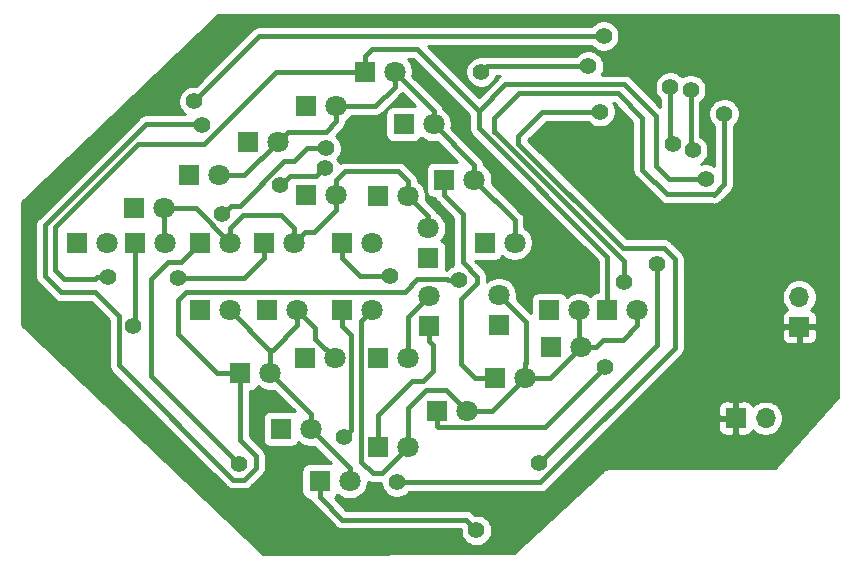
<source format=gbr>
%TF.GenerationSoftware,KiCad,Pcbnew,(5.1.7)-1*%
%TF.CreationDate,2020-11-20T15:05:24+02:00*%
%TF.ProjectId,ymp2,796d7032-2e6b-4696-9361-645f70636258,rev?*%
%TF.SameCoordinates,Original*%
%TF.FileFunction,Copper,L2,Bot*%
%TF.FilePolarity,Positive*%
%FSLAX46Y46*%
G04 Gerber Fmt 4.6, Leading zero omitted, Abs format (unit mm)*
G04 Created by KiCad (PCBNEW (5.1.7)-1) date 2020-11-20 15:05:24*
%MOMM*%
%LPD*%
G01*
G04 APERTURE LIST*
%TA.AperFunction,ComponentPad*%
%ADD10R,1.800000X1.800000*%
%TD*%
%TA.AperFunction,ComponentPad*%
%ADD11C,1.800000*%
%TD*%
%TA.AperFunction,ComponentPad*%
%ADD12R,1.700000X1.700000*%
%TD*%
%TA.AperFunction,ComponentPad*%
%ADD13O,1.700000X1.700000*%
%TD*%
%TA.AperFunction,ViaPad*%
%ADD14C,1.400000*%
%TD*%
%TA.AperFunction,Conductor*%
%ADD15C,0.400000*%
%TD*%
%TA.AperFunction,Conductor*%
%ADD16C,0.254000*%
%TD*%
%TA.AperFunction,Conductor*%
%ADD17C,0.150000*%
%TD*%
G04 APERTURE END LIST*
D10*
%TO.P,D9,1*%
%TO.N,Net-(D1-Pad1)*%
X63630000Y-135640000D03*
D11*
%TO.P,D9,2*%
%TO.N,Net-(D10-Pad2)*%
X66170000Y-135640000D03*
%TD*%
%TO.P,D11,2*%
%TO.N,Net-(D10-Pad2)*%
X66300000Y-138560000D03*
D10*
%TO.P,D11,1*%
%TO.N,Net-(D11-Pad1)*%
X63760000Y-138560000D03*
%TD*%
%TO.P,D12,1*%
%TO.N,Net-(D12-Pad1)*%
X69280000Y-138550000D03*
D11*
%TO.P,D12,2*%
%TO.N,Net-(D10-Pad2)*%
X71820000Y-138550000D03*
%TD*%
%TO.P,D13,2*%
%TO.N,Net-(D10-Pad2)*%
X77210000Y-138550000D03*
D10*
%TO.P,D13,1*%
%TO.N,Net-(D13-Pad1)*%
X74670000Y-138550000D03*
%TD*%
D11*
%TO.P,D16,2*%
%TO.N,Net-(D10-Pad2)*%
X88560000Y-137320000D03*
D10*
%TO.P,D16,1*%
%TO.N,Net-(D16-Pad1)*%
X88560000Y-139860000D03*
%TD*%
%TO.P,D7,1*%
%TO.N,Net-(D15-Pad1)*%
X73280000Y-130040000D03*
D11*
%TO.P,D7,2*%
%TO.N,Net-(D1-Pad2)*%
X75820000Y-130040000D03*
%TD*%
%TO.P,D6,2*%
%TO.N,Net-(D1-Pad2)*%
X80770000Y-127000000D03*
D10*
%TO.P,D6,1*%
%TO.N,Net-(D14-Pad1)*%
X78230000Y-127000000D03*
%TD*%
D11*
%TO.P,D1,2*%
%TO.N,Net-(D1-Pad2)*%
X83820000Y-138560000D03*
D10*
%TO.P,D1,1*%
%TO.N,Net-(D1-Pad1)*%
X81280000Y-138560000D03*
%TD*%
%TO.P,D3,1*%
%TO.N,Net-(D11-Pad1)*%
X89920000Y-133220000D03*
D11*
%TO.P,D3,2*%
%TO.N,Net-(D1-Pad2)*%
X92460000Y-133220000D03*
%TD*%
%TO.P,D4,2*%
%TO.N,Net-(D1-Pad2)*%
X89020000Y-128530000D03*
D10*
%TO.P,D4,1*%
%TO.N,Net-(D12-Pad1)*%
X86480000Y-128530000D03*
%TD*%
%TO.P,D2,1*%
%TO.N,Net-(D10-Pad1)*%
X93340000Y-138550000D03*
D11*
%TO.P,D2,2*%
%TO.N,Net-(D1-Pad2)*%
X95880000Y-138550000D03*
%TD*%
D10*
%TO.P,D5,1*%
%TO.N,Net-(D13-Pad1)*%
X83190000Y-124080000D03*
D11*
%TO.P,D5,2*%
%TO.N,Net-(D1-Pad2)*%
X85730000Y-124080000D03*
%TD*%
D10*
%TO.P,D29,1*%
%TO.N,Net-(D13-Pad1)*%
X103750000Y-144280000D03*
D11*
%TO.P,D29,2*%
%TO.N,Net-(D25-Pad2)*%
X106290000Y-144280000D03*
%TD*%
D10*
%TO.P,D14,1*%
%TO.N,Net-(D14-Pad1)*%
X78230000Y-134510000D03*
D11*
%TO.P,D14,2*%
%TO.N,Net-(D10-Pad2)*%
X80770000Y-134510000D03*
%TD*%
D12*
%TO.P,P2,1*%
%TO.N,GND*%
X114590000Y-153400000D03*
D13*
%TO.P,P2,2*%
%TO.N,Net-(F1-Pad2)*%
X117130000Y-153400000D03*
%TD*%
D12*
%TO.P,P3,1*%
%TO.N,GND*%
X119980000Y-145680000D03*
D13*
%TO.P,P3,2*%
%TO.N,VCC*%
X119980000Y-143140000D03*
%TD*%
D10*
%TO.P,D15,1*%
%TO.N,Net-(D15-Pad1)*%
X84310000Y-134600000D03*
D11*
%TO.P,D15,2*%
%TO.N,Net-(D10-Pad2)*%
X86850000Y-134600000D03*
%TD*%
%TO.P,D17,2*%
%TO.N,Net-(D17-Pad2)*%
X88650000Y-143060000D03*
D10*
%TO.P,D17,1*%
%TO.N,Net-(D1-Pad1)*%
X88650000Y-145600000D03*
%TD*%
%TO.P,D18,1*%
%TO.N,Net-(D10-Pad1)*%
X84310000Y-148340000D03*
D11*
%TO.P,D18,2*%
%TO.N,Net-(D17-Pad2)*%
X86850000Y-148340000D03*
%TD*%
D10*
%TO.P,D19,1*%
%TO.N,Net-(D11-Pad1)*%
X78100000Y-148350000D03*
D11*
%TO.P,D19,2*%
%TO.N,Net-(D17-Pad2)*%
X80640000Y-148350000D03*
%TD*%
D10*
%TO.P,D20,1*%
%TO.N,Net-(D12-Pad1)*%
X74930000Y-144280000D03*
D11*
%TO.P,D20,2*%
%TO.N,Net-(D17-Pad2)*%
X77470000Y-144280000D03*
%TD*%
%TO.P,D21,2*%
%TO.N,Net-(D17-Pad2)*%
X71750000Y-144270000D03*
D10*
%TO.P,D21,1*%
%TO.N,Net-(D13-Pad1)*%
X69210000Y-144270000D03*
%TD*%
D11*
%TO.P,D22,2*%
%TO.N,Net-(D17-Pad2)*%
X75180000Y-149580000D03*
D10*
%TO.P,D22,1*%
%TO.N,Net-(D14-Pad1)*%
X72640000Y-149580000D03*
%TD*%
%TO.P,D23,1*%
%TO.N,Net-(D15-Pad1)*%
X76080000Y-154310000D03*
D11*
%TO.P,D23,2*%
%TO.N,Net-(D17-Pad2)*%
X78620000Y-154310000D03*
%TD*%
%TO.P,D24,2*%
%TO.N,Net-(D17-Pad2)*%
X81910000Y-158760000D03*
D10*
%TO.P,D24,1*%
%TO.N,Net-(D16-Pad1)*%
X79370000Y-158760000D03*
%TD*%
D11*
%TO.P,D25,2*%
%TO.N,Net-(D25-Pad2)*%
X86870000Y-155830000D03*
D10*
%TO.P,D25,1*%
%TO.N,Net-(D1-Pad1)*%
X84330000Y-155830000D03*
%TD*%
%TO.P,D26,1*%
%TO.N,Net-(D10-Pad1)*%
X89280000Y-152780000D03*
D11*
%TO.P,D26,2*%
%TO.N,Net-(D25-Pad2)*%
X91820000Y-152780000D03*
%TD*%
D10*
%TO.P,D27,1*%
%TO.N,Net-(D11-Pad1)*%
X94250000Y-149990000D03*
D11*
%TO.P,D27,2*%
%TO.N,Net-(D25-Pad2)*%
X96790000Y-149990000D03*
%TD*%
%TO.P,D30,2*%
%TO.N,Net-(D25-Pad2)*%
X101350000Y-144280000D03*
D10*
%TO.P,D30,1*%
%TO.N,Net-(D14-Pad1)*%
X98810000Y-144280000D03*
%TD*%
D11*
%TO.P,D32,2*%
%TO.N,Net-(D25-Pad2)*%
X83820000Y-144280000D03*
D10*
%TO.P,D32,1*%
%TO.N,Net-(D16-Pad1)*%
X81280000Y-144280000D03*
%TD*%
%TO.P,D31,1*%
%TO.N,Net-(D15-Pad1)*%
X94560000Y-145550000D03*
D11*
%TO.P,D31,2*%
%TO.N,Net-(D25-Pad2)*%
X94560000Y-143010000D03*
%TD*%
%TO.P,D8,2*%
%TO.N,Net-(D1-Pad2)*%
X70870000Y-132850000D03*
D10*
%TO.P,D8,1*%
%TO.N,Net-(D16-Pad1)*%
X68330000Y-132850000D03*
%TD*%
%TO.P,D10,1*%
%TO.N,Net-(D10-Pad1)*%
X58800000Y-138560000D03*
D11*
%TO.P,D10,2*%
%TO.N,Net-(D10-Pad2)*%
X61340000Y-138560000D03*
%TD*%
D10*
%TO.P,D28,1*%
%TO.N,Net-(D12-Pad1)*%
X98980000Y-147360000D03*
D11*
%TO.P,D28,2*%
%TO.N,Net-(D25-Pad2)*%
X101520000Y-147360000D03*
%TD*%
D14*
%TO.N,Net-(D1-Pad1)*%
X85300000Y-141350000D03*
X85910000Y-158840000D03*
X103100000Y-127450000D03*
%TO.N,Net-(D10-Pad1)*%
X103500000Y-149100000D03*
X93060000Y-124080000D03*
X102130000Y-123610000D03*
%TO.N,Net-(D11-Pad1)*%
X63590000Y-145620000D03*
X110780000Y-125600000D03*
X110950000Y-130740000D03*
%TO.N,Net-(D12-Pad1)*%
X79900000Y-130540000D03*
X71150000Y-136110000D03*
X72520000Y-157300000D03*
X109070000Y-125380000D03*
X109310000Y-130190000D03*
%TO.N,Net-(D13-Pad1)*%
X67370000Y-141550000D03*
X61490000Y-141460000D03*
X112050000Y-133150000D03*
%TO.N,Net-(D14-Pad1)*%
X91205000Y-141688529D03*
X69390000Y-128550000D03*
X105110000Y-141910000D03*
X113620000Y-127630000D03*
%TO.N,Net-(D15-Pad1)*%
X79807411Y-132237479D03*
X76060033Y-133707025D03*
X103420000Y-121050000D03*
X68740000Y-126580000D03*
%TO.N,Net-(D16-Pad1)*%
X81460000Y-155000000D03*
X92650000Y-162910000D03*
%TO.N,Net-(IC1-Pad18)*%
X97915000Y-157215000D03*
X107920010Y-140321915D03*
%TO.N,GND*%
X105640000Y-136930000D03*
X83320000Y-128900000D03*
X98240000Y-136720000D03*
%TD*%
D15*
%TO.N,Net-(D1-Pad1)*%
X82770000Y-141350000D02*
X85300000Y-141350000D01*
X81280000Y-138560000D02*
X81280000Y-139860000D01*
X81280000Y-139860000D02*
X82770000Y-141350000D01*
X88650000Y-146900000D02*
X88980000Y-147230000D01*
X88650000Y-145600000D02*
X88650000Y-146900000D01*
X88980000Y-147230000D02*
X88980000Y-149440000D01*
X84330000Y-155830000D02*
X84330000Y-153160000D01*
X87210000Y-150280000D02*
X88140000Y-150280000D01*
X84330000Y-153160000D02*
X87210000Y-150280000D01*
X88980000Y-149440000D02*
X88140000Y-150280000D01*
X109480000Y-139970000D02*
X109480000Y-147426002D01*
X103100000Y-127450000D02*
X102110051Y-127450000D01*
X102090051Y-127470000D02*
X98240000Y-127470000D01*
X102110051Y-127450000D02*
X102090051Y-127470000D01*
X108530000Y-139020000D02*
X105060000Y-139020000D01*
X108530000Y-139020000D02*
X109480000Y-139970000D01*
X105060000Y-139020000D02*
X96210000Y-130170000D01*
X96210000Y-129500000D02*
X98240000Y-127470000D01*
X96210000Y-130170000D02*
X96210000Y-129500000D01*
X86902950Y-158843001D02*
X98063001Y-158843001D01*
X86899949Y-158840000D02*
X86902950Y-158843001D01*
X85910000Y-158840000D02*
X86899949Y-158840000D01*
X109480000Y-147426002D02*
X98063001Y-158843001D01*
%TO.N,Net-(D1-Pad2)*%
X95880000Y-136640000D02*
X92460000Y-133220000D01*
X95880000Y-138550000D02*
X95880000Y-136640000D01*
X92460000Y-131970000D02*
X92460000Y-133220000D01*
X89020000Y-128530000D02*
X92460000Y-131970000D01*
X89020000Y-127370000D02*
X89020000Y-128530000D01*
X85730000Y-124080000D02*
X89020000Y-127370000D01*
X82042792Y-127000000D02*
X80770000Y-127000000D01*
X84082792Y-127000000D02*
X82042792Y-127000000D01*
X85730000Y-125352792D02*
X84082792Y-127000000D01*
X85730000Y-124080000D02*
X85730000Y-125352792D01*
X73010000Y-132850000D02*
X70870000Y-132850000D01*
X75820000Y-130040000D02*
X73010000Y-132850000D01*
X76719999Y-129140001D02*
X75820000Y-130040000D01*
X79902791Y-129140001D02*
X76719999Y-129140001D01*
X80770000Y-128272792D02*
X79902791Y-129140001D01*
X80770000Y-127000000D02*
X80770000Y-128272792D01*
%TO.N,Net-(D10-Pad1)*%
X98419999Y-154180001D02*
X103500000Y-149100000D01*
X89380001Y-154180001D02*
X98419999Y-154180001D01*
X89280000Y-152780000D02*
X89280000Y-154080000D01*
X89280000Y-154080000D02*
X89380001Y-154180001D01*
X93530000Y-123610000D02*
X93060000Y-124080000D01*
X102130000Y-123610000D02*
X93530000Y-123610000D01*
%TO.N,Net-(D11-Pad1)*%
X89920000Y-133220000D02*
X89920000Y-134520000D01*
X89920000Y-134520000D02*
X91490000Y-136090000D01*
X91490000Y-136090000D02*
X91490000Y-140210000D01*
X94250000Y-149990000D02*
X92560000Y-149990000D01*
X92560000Y-149990000D02*
X91370000Y-148800000D01*
X92710000Y-141959531D02*
X92710000Y-141430000D01*
X91370000Y-143299531D02*
X92710000Y-141959531D01*
X91370000Y-148800000D02*
X91370000Y-143299531D01*
X91490000Y-140210000D02*
X92710000Y-141430000D01*
X63760000Y-138560000D02*
X63760000Y-145450000D01*
X63760000Y-145450000D02*
X63590000Y-145620000D01*
X110780000Y-125600000D02*
X110780000Y-130570000D01*
X110780000Y-130570000D02*
X110950000Y-130740000D01*
%TO.N,Net-(D12-Pad1)*%
X65100000Y-149880000D02*
X72520000Y-157300000D01*
X65100000Y-141620000D02*
X65100000Y-149880000D01*
X66525000Y-140195000D02*
X65100000Y-141620000D01*
X69280000Y-138550000D02*
X67635000Y-140195000D01*
X67635000Y-140195000D02*
X66525000Y-140195000D01*
X78300000Y-130540000D02*
X79900000Y-130540000D01*
X77164975Y-131675025D02*
X78300000Y-130540000D01*
X76394975Y-131675025D02*
X77164975Y-131675025D01*
X72659999Y-135410001D02*
X76394975Y-131675025D01*
X71849999Y-135410001D02*
X72659999Y-135410001D01*
X71150000Y-136110000D02*
X71849999Y-135410001D01*
X109070000Y-125380000D02*
X109070000Y-129950000D01*
X109070000Y-129950000D02*
X109310000Y-130190000D01*
%TO.N,Net-(D13-Pad1)*%
X83190000Y-122780000D02*
X83190000Y-124080000D01*
X83800000Y-122170000D02*
X83190000Y-122780000D01*
X87650000Y-122170000D02*
X83800000Y-122170000D01*
X108970000Y-133150000D02*
X112050000Y-133150000D01*
X107840000Y-130430000D02*
X107840000Y-132020000D01*
X107840000Y-132020000D02*
X108970000Y-133150000D01*
X107840000Y-130430000D02*
X107840000Y-127820000D01*
X107840000Y-127820000D02*
X105170000Y-125150000D01*
X95090000Y-125150000D02*
X92860000Y-127380000D01*
X105170000Y-125150000D02*
X95090000Y-125150000D01*
X92860000Y-127380000D02*
X87650000Y-122170000D01*
X74670000Y-139850000D02*
X74670000Y-138550000D01*
X72970000Y-141550000D02*
X74670000Y-139850000D01*
X67370000Y-141550000D02*
X72970000Y-141550000D01*
X60500051Y-141460000D02*
X61490000Y-141460000D01*
X60360051Y-141600000D02*
X60500051Y-141460000D01*
X75710000Y-124080000D02*
X69605000Y-130185000D01*
X57770000Y-141600000D02*
X60360051Y-141600000D01*
X83190000Y-124080000D02*
X75710000Y-124080000D01*
X69605000Y-130185000D02*
X64015000Y-130185000D01*
X64015000Y-130185000D02*
X57000000Y-137200000D01*
X57000000Y-137200000D02*
X57000000Y-140830000D01*
X57000000Y-140830000D02*
X57770000Y-141600000D01*
X103750000Y-142980000D02*
X103750000Y-144280000D01*
X103750000Y-139769963D02*
X103750000Y-142980000D01*
X92860000Y-128879963D02*
X103750000Y-139769963D01*
X92860000Y-127380000D02*
X92860000Y-128879963D01*
%TO.N,Net-(D14-Pad1)*%
X67370000Y-143409998D02*
X67370000Y-146280000D01*
X91205000Y-141688529D02*
X90215051Y-141688529D01*
X90215051Y-141688529D02*
X90186521Y-141659999D01*
X87630001Y-141659999D02*
X86595001Y-142694999D01*
X70670000Y-149580000D02*
X72640000Y-149580000D01*
X86595001Y-142694999D02*
X68084999Y-142694999D01*
X67370000Y-146280000D02*
X70670000Y-149580000D01*
X90186521Y-141659999D02*
X87630001Y-141659999D01*
X68084999Y-142694999D02*
X67370000Y-143409998D01*
X72640000Y-155290000D02*
X72640000Y-154640000D01*
X74000000Y-156650000D02*
X72640000Y-155290000D01*
X72640000Y-154640000D02*
X72640000Y-149580000D01*
X74000000Y-157596002D02*
X74000000Y-156650000D01*
X72983001Y-158613001D02*
X74000000Y-157596002D01*
X72056999Y-158613001D02*
X72983001Y-158613001D01*
X62389999Y-148946001D02*
X72056999Y-158613001D01*
X62389999Y-144759999D02*
X62389999Y-148946001D01*
X60390000Y-142760000D02*
X62389999Y-144759999D01*
X69360000Y-128520000D02*
X64690038Y-128520000D01*
X64690038Y-128520000D02*
X56140000Y-137070038D01*
X56140000Y-137070038D02*
X56140000Y-141410000D01*
X69390000Y-128550000D02*
X69360000Y-128520000D01*
X56140000Y-141410000D02*
X57490000Y-142760000D01*
X57490000Y-142760000D02*
X60390000Y-142760000D01*
X112740000Y-134480000D02*
X113620000Y-133600000D01*
X112730000Y-134470000D02*
X112740000Y-134480000D01*
X108810000Y-134470000D02*
X112730000Y-134470000D01*
X106700000Y-132360000D02*
X108810000Y-134470000D01*
X106700000Y-127960000D02*
X106700000Y-132360000D01*
X104630000Y-125890000D02*
X106700000Y-127960000D01*
X96230000Y-125890000D02*
X104630000Y-125890000D01*
X113620000Y-133600000D02*
X113620000Y-127630000D01*
X94150000Y-127970000D02*
X96230000Y-125890000D01*
X105110000Y-140920051D02*
X105110000Y-141910000D01*
X105110000Y-140059962D02*
X105110000Y-140920051D01*
X94230038Y-129180000D02*
X105110000Y-140059962D01*
X94150000Y-129180000D02*
X94230038Y-129180000D01*
X94150000Y-129180000D02*
X94150000Y-127970000D01*
%TO.N,Net-(D15-Pad1)*%
X76829580Y-132937478D02*
X76060033Y-133707025D01*
X79807411Y-132237479D02*
X79107412Y-132937478D01*
X79107412Y-132937478D02*
X76829580Y-132937478D01*
X103420000Y-121050000D02*
X74270000Y-121050000D01*
X74270000Y-121050000D02*
X68740000Y-126580000D01*
%TO.N,Net-(D16-Pad1)*%
X82040001Y-154419999D02*
X81460000Y-155000000D01*
X82040001Y-146340001D02*
X82040001Y-154419999D01*
X81280000Y-144280000D02*
X81280000Y-145580000D01*
X81280000Y-145580000D02*
X82040001Y-146340001D01*
X92650000Y-162910000D02*
X91730000Y-161990000D01*
X79370000Y-160060000D02*
X79370000Y-158760000D01*
X81300000Y-161990000D02*
X79370000Y-160060000D01*
X91730000Y-161990000D02*
X81300000Y-161990000D01*
%TO.N,Net-(D10-Pad2)*%
X66170000Y-138430000D02*
X66300000Y-138560000D01*
X66170000Y-135640000D02*
X66170000Y-138430000D01*
X71820000Y-137277208D02*
X71820000Y-138550000D01*
X72907208Y-136190000D02*
X71820000Y-137277208D01*
X76122792Y-136190000D02*
X72907208Y-136190000D01*
X77210000Y-137277208D02*
X76122792Y-136190000D01*
X77210000Y-138550000D02*
X77210000Y-137277208D01*
X78109999Y-137650001D02*
X77210000Y-138550000D01*
X78902791Y-137650001D02*
X78109999Y-137650001D01*
X80770000Y-135782792D02*
X78902791Y-137650001D01*
X80770000Y-134510000D02*
X80770000Y-135782792D01*
X80770000Y-133237208D02*
X80770000Y-134510000D01*
X81487208Y-132520000D02*
X80770000Y-133237208D01*
X86042792Y-132520000D02*
X81487208Y-132520000D01*
X86850000Y-133327208D02*
X86042792Y-132520000D01*
X86850000Y-134600000D02*
X86850000Y-133327208D01*
X88560000Y-136310000D02*
X86850000Y-134600000D01*
X88560000Y-137320000D02*
X88560000Y-136310000D01*
X68910000Y-135640000D02*
X66170000Y-135640000D01*
X71820000Y-138550000D02*
X68910000Y-135640000D01*
%TO.N,Net-(D17-Pad2)*%
X78620000Y-153020000D02*
X78620000Y-154310000D01*
X75180000Y-149580000D02*
X78620000Y-153020000D01*
X81910000Y-157600000D02*
X81910000Y-158760000D01*
X78620000Y-154310000D02*
X81910000Y-157600000D01*
X75180000Y-147700000D02*
X75180000Y-149580000D01*
X71750000Y-144270000D02*
X75180000Y-147700000D01*
X77470000Y-145552792D02*
X77470000Y-144280000D01*
X75392792Y-147630000D02*
X77470000Y-145552792D01*
X75180000Y-147630000D02*
X75392792Y-147630000D01*
X75180000Y-147700000D02*
X75180000Y-147630000D01*
X80640000Y-148350000D02*
X78990000Y-146700000D01*
X78990000Y-145800000D02*
X77470000Y-144280000D01*
X78990000Y-146700000D02*
X78990000Y-145800000D01*
X86850000Y-144860000D02*
X88650000Y-143060000D01*
X86850000Y-148340000D02*
X86850000Y-144860000D01*
%TO.N,Net-(D25-Pad2)*%
X101350000Y-147190000D02*
X101520000Y-147360000D01*
X101350000Y-144280000D02*
X101350000Y-147190000D01*
X98890000Y-149990000D02*
X101520000Y-147360000D01*
X96790000Y-149990000D02*
X98890000Y-149990000D01*
X93092792Y-152780000D02*
X93112792Y-152800000D01*
X91820000Y-152780000D02*
X93092792Y-152780000D01*
X93980000Y-152800000D02*
X96790000Y-149990000D01*
X93112792Y-152800000D02*
X93980000Y-152800000D01*
X84630000Y-158070000D02*
X86870000Y-155830000D01*
X83869998Y-158070000D02*
X84630000Y-158070000D01*
X82909999Y-157110001D02*
X83869998Y-158070000D01*
X82909999Y-145190001D02*
X82909999Y-157110001D01*
X83820000Y-144280000D02*
X82909999Y-145190001D01*
X96790000Y-148717208D02*
X96810000Y-148697208D01*
X96790000Y-149990000D02*
X96790000Y-148717208D01*
X96810000Y-145260000D02*
X94560000Y-143010000D01*
X96810000Y-148697208D02*
X96810000Y-145260000D01*
X90060000Y-151020000D02*
X91820000Y-152780000D01*
X88389963Y-151020000D02*
X90060000Y-151020000D01*
X86870000Y-155830000D02*
X86870000Y-152539963D01*
X86870000Y-152539963D02*
X88389963Y-151020000D01*
X102792792Y-147360000D02*
X103362792Y-146790000D01*
X101520000Y-147360000D02*
X102792792Y-147360000D01*
X105052792Y-146790000D02*
X103362792Y-146790000D01*
X106290000Y-145552792D02*
X105052792Y-146790000D01*
X106290000Y-144280000D02*
X106290000Y-145552792D01*
%TO.N,Net-(IC1-Pad18)*%
X105700000Y-149430000D02*
X97915000Y-157215000D01*
X107920010Y-147209990D02*
X105700000Y-149430000D01*
X107920010Y-140321915D02*
X107920010Y-147209990D01*
%TD*%
D16*
%TO.N,GND*%
X123225001Y-119264872D02*
X123225000Y-151641544D01*
X117959929Y-157625430D01*
X103906012Y-157644936D01*
X103885713Y-157642168D01*
X103838707Y-157645030D01*
X103825403Y-157645048D01*
X103805122Y-157647074D01*
X103751029Y-157650367D01*
X103738086Y-157653771D01*
X103724781Y-157655100D01*
X103672957Y-157670899D01*
X103620533Y-157684686D01*
X103608507Y-157690547D01*
X103595712Y-157694448D01*
X103547963Y-157720056D01*
X103499239Y-157743803D01*
X103488585Y-157751900D01*
X103476800Y-157758220D01*
X103434965Y-157792650D01*
X103418728Y-157804990D01*
X103408976Y-157814039D01*
X103372614Y-157843965D01*
X103359637Y-157859822D01*
X95820480Y-164855617D01*
X74573145Y-164904372D01*
X54184732Y-145505976D01*
X54177057Y-137070038D01*
X55300960Y-137070038D01*
X55305000Y-137111057D01*
X55305001Y-141368972D01*
X55300960Y-141410000D01*
X55317082Y-141573688D01*
X55364828Y-141731086D01*
X55442364Y-141876145D01*
X55442365Y-141876146D01*
X55546710Y-142003291D01*
X55578574Y-142029441D01*
X56870558Y-143321426D01*
X56896709Y-143353291D01*
X57023854Y-143457636D01*
X57168913Y-143535172D01*
X57326311Y-143582918D01*
X57448981Y-143595000D01*
X57448991Y-143595000D01*
X57489999Y-143599039D01*
X57531007Y-143595000D01*
X60044133Y-143595000D01*
X61554999Y-145105868D01*
X61555000Y-148904973D01*
X61550959Y-148946001D01*
X61567081Y-149109689D01*
X61614827Y-149267087D01*
X61692363Y-149412146D01*
X61715223Y-149440001D01*
X61796709Y-149539292D01*
X61828573Y-149565442D01*
X71437562Y-159174433D01*
X71463708Y-159206292D01*
X71495567Y-159232438D01*
X71495569Y-159232440D01*
X71527022Y-159258252D01*
X71590853Y-159310637D01*
X71735912Y-159388173D01*
X71893310Y-159435919D01*
X72015980Y-159448001D01*
X72015981Y-159448001D01*
X72056999Y-159452041D01*
X72098017Y-159448001D01*
X72941983Y-159448001D01*
X72983001Y-159452041D01*
X73024019Y-159448001D01*
X73024020Y-159448001D01*
X73146690Y-159435919D01*
X73304088Y-159388173D01*
X73449147Y-159310637D01*
X73576292Y-159206292D01*
X73602446Y-159174423D01*
X74561433Y-158215438D01*
X74593291Y-158189293D01*
X74634533Y-158139040D01*
X74697636Y-158062148D01*
X74775172Y-157917089D01*
X74800244Y-157834438D01*
X74822918Y-157759691D01*
X74835000Y-157637021D01*
X74835000Y-157637020D01*
X74839040Y-157596002D01*
X74835000Y-157554984D01*
X74835000Y-156691007D01*
X74839039Y-156649999D01*
X74835000Y-156608991D01*
X74835000Y-156608981D01*
X74822918Y-156486311D01*
X74775172Y-156328913D01*
X74697636Y-156183854D01*
X74593291Y-156056709D01*
X74561426Y-156030558D01*
X73475000Y-154944133D01*
X73475000Y-151118072D01*
X73540000Y-151118072D01*
X73664482Y-151105812D01*
X73784180Y-151069502D01*
X73894494Y-151010537D01*
X73991185Y-150931185D01*
X74070537Y-150834494D01*
X74129502Y-150724180D01*
X74135056Y-150705873D01*
X74201495Y-150772312D01*
X74452905Y-150940299D01*
X74732257Y-151056011D01*
X75028816Y-151115000D01*
X75331184Y-151115000D01*
X75500461Y-151081329D01*
X77257370Y-152838239D01*
X77224180Y-152820498D01*
X77104482Y-152784188D01*
X76980000Y-152771928D01*
X75180000Y-152771928D01*
X75055518Y-152784188D01*
X74935820Y-152820498D01*
X74825506Y-152879463D01*
X74728815Y-152958815D01*
X74649463Y-153055506D01*
X74590498Y-153165820D01*
X74554188Y-153285518D01*
X74541928Y-153410000D01*
X74541928Y-155210000D01*
X74554188Y-155334482D01*
X74590498Y-155454180D01*
X74649463Y-155564494D01*
X74728815Y-155661185D01*
X74825506Y-155740537D01*
X74935820Y-155799502D01*
X75055518Y-155835812D01*
X75180000Y-155848072D01*
X76980000Y-155848072D01*
X77104482Y-155835812D01*
X77224180Y-155799502D01*
X77334494Y-155740537D01*
X77431185Y-155661185D01*
X77510537Y-155564494D01*
X77569502Y-155454180D01*
X77575056Y-155435873D01*
X77641495Y-155502312D01*
X77892905Y-155670299D01*
X78172257Y-155786011D01*
X78468816Y-155845000D01*
X78771184Y-155845000D01*
X78940461Y-155811329D01*
X80359915Y-157230784D01*
X80270000Y-157221928D01*
X78470000Y-157221928D01*
X78345518Y-157234188D01*
X78225820Y-157270498D01*
X78115506Y-157329463D01*
X78018815Y-157408815D01*
X77939463Y-157505506D01*
X77880498Y-157615820D01*
X77844188Y-157735518D01*
X77831928Y-157860000D01*
X77831928Y-159660000D01*
X77844188Y-159784482D01*
X77880498Y-159904180D01*
X77939463Y-160014494D01*
X78018815Y-160111185D01*
X78115506Y-160190537D01*
X78225820Y-160249502D01*
X78345518Y-160285812D01*
X78470000Y-160298072D01*
X78569646Y-160298072D01*
X78594828Y-160381086D01*
X78672364Y-160526145D01*
X78776709Y-160653291D01*
X78808579Y-160679446D01*
X80680559Y-162551427D01*
X80706709Y-162583291D01*
X80833854Y-162687636D01*
X80978913Y-162765172D01*
X81136311Y-162812918D01*
X81299999Y-162829040D01*
X81341018Y-162825000D01*
X91315000Y-162825000D01*
X91315000Y-163041486D01*
X91366304Y-163299405D01*
X91466939Y-163542359D01*
X91613038Y-163761013D01*
X91798987Y-163946962D01*
X92017641Y-164093061D01*
X92260595Y-164193696D01*
X92518514Y-164245000D01*
X92781486Y-164245000D01*
X93039405Y-164193696D01*
X93282359Y-164093061D01*
X93501013Y-163946962D01*
X93686962Y-163761013D01*
X93833061Y-163542359D01*
X93933696Y-163299405D01*
X93985000Y-163041486D01*
X93985000Y-162778514D01*
X93933696Y-162520595D01*
X93833061Y-162277641D01*
X93686962Y-162058987D01*
X93501013Y-161873038D01*
X93282359Y-161726939D01*
X93039405Y-161626304D01*
X92781486Y-161575000D01*
X92518514Y-161575000D01*
X92499625Y-161578757D01*
X92349446Y-161428579D01*
X92323291Y-161396709D01*
X92196146Y-161292364D01*
X92051087Y-161214828D01*
X91893689Y-161167082D01*
X91771019Y-161155000D01*
X91771018Y-161155000D01*
X91730000Y-161150960D01*
X91688982Y-161155000D01*
X81645868Y-161155000D01*
X80655752Y-160164884D01*
X80721185Y-160111185D01*
X80800537Y-160014494D01*
X80859502Y-159904180D01*
X80865056Y-159885873D01*
X80931495Y-159952312D01*
X81182905Y-160120299D01*
X81462257Y-160236011D01*
X81758816Y-160295000D01*
X82061184Y-160295000D01*
X82357743Y-160236011D01*
X82637095Y-160120299D01*
X82888505Y-159952312D01*
X83102312Y-159738505D01*
X83270299Y-159487095D01*
X83386011Y-159207743D01*
X83445000Y-158911184D01*
X83445000Y-158789630D01*
X83548911Y-158845172D01*
X83706309Y-158892918D01*
X83828979Y-158905000D01*
X83828980Y-158905000D01*
X83869998Y-158909040D01*
X83911016Y-158905000D01*
X84575000Y-158905000D01*
X84575000Y-158971486D01*
X84626304Y-159229405D01*
X84726939Y-159472359D01*
X84873038Y-159691013D01*
X85058987Y-159876962D01*
X85277641Y-160023061D01*
X85520595Y-160123696D01*
X85778514Y-160175000D01*
X86041486Y-160175000D01*
X86299405Y-160123696D01*
X86542359Y-160023061D01*
X86761013Y-159876962D01*
X86946962Y-159691013D01*
X86955656Y-159678001D01*
X98021983Y-159678001D01*
X98063001Y-159682041D01*
X98104019Y-159678001D01*
X98104020Y-159678001D01*
X98226690Y-159665919D01*
X98384088Y-159618173D01*
X98529147Y-159540637D01*
X98656292Y-159436292D01*
X98682447Y-159404422D01*
X103836869Y-154250000D01*
X113101928Y-154250000D01*
X113114188Y-154374482D01*
X113150498Y-154494180D01*
X113209463Y-154604494D01*
X113288815Y-154701185D01*
X113385506Y-154780537D01*
X113495820Y-154839502D01*
X113615518Y-154875812D01*
X113740000Y-154888072D01*
X114304250Y-154885000D01*
X114463000Y-154726250D01*
X114463000Y-153527000D01*
X113263750Y-153527000D01*
X113105000Y-153685750D01*
X113101928Y-154250000D01*
X103836869Y-154250000D01*
X105536869Y-152550000D01*
X113101928Y-152550000D01*
X113105000Y-153114250D01*
X113263750Y-153273000D01*
X114463000Y-153273000D01*
X114463000Y-152073750D01*
X114717000Y-152073750D01*
X114717000Y-153273000D01*
X114737000Y-153273000D01*
X114737000Y-153527000D01*
X114717000Y-153527000D01*
X114717000Y-154726250D01*
X114875750Y-154885000D01*
X115440000Y-154888072D01*
X115564482Y-154875812D01*
X115684180Y-154839502D01*
X115794494Y-154780537D01*
X115891185Y-154701185D01*
X115970537Y-154604494D01*
X116029502Y-154494180D01*
X116051513Y-154421620D01*
X116183368Y-154553475D01*
X116426589Y-154715990D01*
X116696842Y-154827932D01*
X116983740Y-154885000D01*
X117276260Y-154885000D01*
X117563158Y-154827932D01*
X117833411Y-154715990D01*
X118076632Y-154553475D01*
X118283475Y-154346632D01*
X118445990Y-154103411D01*
X118557932Y-153833158D01*
X118615000Y-153546260D01*
X118615000Y-153253740D01*
X118557932Y-152966842D01*
X118445990Y-152696589D01*
X118283475Y-152453368D01*
X118076632Y-152246525D01*
X117833411Y-152084010D01*
X117563158Y-151972068D01*
X117276260Y-151915000D01*
X116983740Y-151915000D01*
X116696842Y-151972068D01*
X116426589Y-152084010D01*
X116183368Y-152246525D01*
X116051513Y-152378380D01*
X116029502Y-152305820D01*
X115970537Y-152195506D01*
X115891185Y-152098815D01*
X115794494Y-152019463D01*
X115684180Y-151960498D01*
X115564482Y-151924188D01*
X115440000Y-151911928D01*
X114875750Y-151915000D01*
X114717000Y-152073750D01*
X114463000Y-152073750D01*
X114304250Y-151915000D01*
X113740000Y-151911928D01*
X113615518Y-151924188D01*
X113495820Y-151960498D01*
X113385506Y-152019463D01*
X113288815Y-152098815D01*
X113209463Y-152195506D01*
X113150498Y-152305820D01*
X113114188Y-152425518D01*
X113101928Y-152550000D01*
X105536869Y-152550000D01*
X110041432Y-148045439D01*
X110073291Y-148019293D01*
X110127458Y-147953291D01*
X110177636Y-147892148D01*
X110255172Y-147747089D01*
X110302918Y-147589691D01*
X110319040Y-147426002D01*
X110315000Y-147384984D01*
X110315000Y-146530000D01*
X118491928Y-146530000D01*
X118504188Y-146654482D01*
X118540498Y-146774180D01*
X118599463Y-146884494D01*
X118678815Y-146981185D01*
X118775506Y-147060537D01*
X118885820Y-147119502D01*
X119005518Y-147155812D01*
X119130000Y-147168072D01*
X119694250Y-147165000D01*
X119853000Y-147006250D01*
X119853000Y-145807000D01*
X120107000Y-145807000D01*
X120107000Y-147006250D01*
X120265750Y-147165000D01*
X120830000Y-147168072D01*
X120954482Y-147155812D01*
X121074180Y-147119502D01*
X121184494Y-147060537D01*
X121281185Y-146981185D01*
X121360537Y-146884494D01*
X121419502Y-146774180D01*
X121455812Y-146654482D01*
X121468072Y-146530000D01*
X121465000Y-145965750D01*
X121306250Y-145807000D01*
X120107000Y-145807000D01*
X119853000Y-145807000D01*
X118653750Y-145807000D01*
X118495000Y-145965750D01*
X118491928Y-146530000D01*
X110315000Y-146530000D01*
X110315000Y-144830000D01*
X118491928Y-144830000D01*
X118495000Y-145394250D01*
X118653750Y-145553000D01*
X119853000Y-145553000D01*
X119853000Y-145533000D01*
X120107000Y-145533000D01*
X120107000Y-145553000D01*
X121306250Y-145553000D01*
X121465000Y-145394250D01*
X121468072Y-144830000D01*
X121455812Y-144705518D01*
X121419502Y-144585820D01*
X121360537Y-144475506D01*
X121281185Y-144378815D01*
X121184494Y-144299463D01*
X121074180Y-144240498D01*
X121001620Y-144218487D01*
X121133475Y-144086632D01*
X121295990Y-143843411D01*
X121407932Y-143573158D01*
X121465000Y-143286260D01*
X121465000Y-142993740D01*
X121407932Y-142706842D01*
X121295990Y-142436589D01*
X121133475Y-142193368D01*
X120926632Y-141986525D01*
X120683411Y-141824010D01*
X120413158Y-141712068D01*
X120126260Y-141655000D01*
X119833740Y-141655000D01*
X119546842Y-141712068D01*
X119276589Y-141824010D01*
X119033368Y-141986525D01*
X118826525Y-142193368D01*
X118664010Y-142436589D01*
X118552068Y-142706842D01*
X118495000Y-142993740D01*
X118495000Y-143286260D01*
X118552068Y-143573158D01*
X118664010Y-143843411D01*
X118826525Y-144086632D01*
X118958380Y-144218487D01*
X118885820Y-144240498D01*
X118775506Y-144299463D01*
X118678815Y-144378815D01*
X118599463Y-144475506D01*
X118540498Y-144585820D01*
X118504188Y-144705518D01*
X118491928Y-144830000D01*
X110315000Y-144830000D01*
X110315000Y-140011018D01*
X110319040Y-139970000D01*
X110302918Y-139806311D01*
X110255172Y-139648913D01*
X110177636Y-139503854D01*
X110099439Y-139408570D01*
X110099437Y-139408568D01*
X110073291Y-139376709D01*
X110041433Y-139350564D01*
X109149445Y-138458578D01*
X109123291Y-138426709D01*
X108996146Y-138322364D01*
X108851087Y-138244828D01*
X108693689Y-138197082D01*
X108571019Y-138185000D01*
X108571018Y-138185000D01*
X108530000Y-138180960D01*
X108488982Y-138185000D01*
X105405868Y-138185000D01*
X97055867Y-129835000D01*
X98585869Y-128305000D01*
X102049033Y-128305000D01*
X102068991Y-128306966D01*
X102248987Y-128486962D01*
X102467641Y-128633061D01*
X102710595Y-128733696D01*
X102968514Y-128785000D01*
X103231486Y-128785000D01*
X103489405Y-128733696D01*
X103732359Y-128633061D01*
X103951013Y-128486962D01*
X104136962Y-128301013D01*
X104283061Y-128082359D01*
X104383696Y-127839405D01*
X104435000Y-127581486D01*
X104435000Y-127318514D01*
X104383696Y-127060595D01*
X104283061Y-126817641D01*
X104221161Y-126725000D01*
X104284133Y-126725000D01*
X105865000Y-128305868D01*
X105865001Y-132318972D01*
X105860960Y-132360000D01*
X105877082Y-132523688D01*
X105924828Y-132681086D01*
X106002364Y-132826145D01*
X106002365Y-132826146D01*
X106106710Y-132953291D01*
X106138574Y-132979441D01*
X108190563Y-135031432D01*
X108216709Y-135063291D01*
X108343854Y-135167636D01*
X108488913Y-135245172D01*
X108646311Y-135292918D01*
X108768981Y-135305000D01*
X108768982Y-135305000D01*
X108810000Y-135309040D01*
X108851018Y-135305000D01*
X112597451Y-135305000D01*
X112739999Y-135319040D01*
X112740000Y-135319040D01*
X112903688Y-135302918D01*
X113061086Y-135255172D01*
X113206145Y-135177636D01*
X113301429Y-135099438D01*
X113301430Y-135099437D01*
X113333290Y-135073290D01*
X113359437Y-135041431D01*
X114181433Y-134219436D01*
X114213291Y-134193291D01*
X114241504Y-134158914D01*
X114317636Y-134066146D01*
X114395172Y-133921087D01*
X114442918Y-133763689D01*
X114459040Y-133600000D01*
X114455000Y-133558982D01*
X114455000Y-128677661D01*
X114471013Y-128666962D01*
X114656962Y-128481013D01*
X114803061Y-128262359D01*
X114903696Y-128019405D01*
X114955000Y-127761486D01*
X114955000Y-127498514D01*
X114903696Y-127240595D01*
X114803061Y-126997641D01*
X114656962Y-126778987D01*
X114471013Y-126593038D01*
X114252359Y-126446939D01*
X114009405Y-126346304D01*
X113751486Y-126295000D01*
X113488514Y-126295000D01*
X113230595Y-126346304D01*
X112987641Y-126446939D01*
X112768987Y-126593038D01*
X112583038Y-126778987D01*
X112436939Y-126997641D01*
X112336304Y-127240595D01*
X112285000Y-127498514D01*
X112285000Y-127761486D01*
X112336304Y-128019405D01*
X112436939Y-128262359D01*
X112583038Y-128481013D01*
X112768987Y-128666962D01*
X112785001Y-128677662D01*
X112785000Y-132035521D01*
X112682359Y-131966939D01*
X112439405Y-131866304D01*
X112181486Y-131815000D01*
X111918514Y-131815000D01*
X111670146Y-131864404D01*
X111801013Y-131776962D01*
X111986962Y-131591013D01*
X112133061Y-131372359D01*
X112233696Y-131129405D01*
X112285000Y-130871486D01*
X112285000Y-130608514D01*
X112233696Y-130350595D01*
X112133061Y-130107641D01*
X111986962Y-129888987D01*
X111801013Y-129703038D01*
X111615000Y-129578749D01*
X111615000Y-126647661D01*
X111631013Y-126636962D01*
X111816962Y-126451013D01*
X111963061Y-126232359D01*
X112063696Y-125989405D01*
X112115000Y-125731486D01*
X112115000Y-125468514D01*
X112063696Y-125210595D01*
X111963061Y-124967641D01*
X111816962Y-124748987D01*
X111631013Y-124563038D01*
X111412359Y-124416939D01*
X111169405Y-124316304D01*
X110911486Y-124265000D01*
X110648514Y-124265000D01*
X110390595Y-124316304D01*
X110147641Y-124416939D01*
X110056088Y-124478113D01*
X109921013Y-124343038D01*
X109702359Y-124196939D01*
X109459405Y-124096304D01*
X109201486Y-124045000D01*
X108938514Y-124045000D01*
X108680595Y-124096304D01*
X108437641Y-124196939D01*
X108218987Y-124343038D01*
X108033038Y-124528987D01*
X107886939Y-124747641D01*
X107786304Y-124990595D01*
X107735000Y-125248514D01*
X107735000Y-125511486D01*
X107786304Y-125769405D01*
X107886939Y-126012359D01*
X108033038Y-126231013D01*
X108218987Y-126416962D01*
X108235000Y-126427662D01*
X108235000Y-127034132D01*
X105789446Y-124588579D01*
X105763291Y-124556709D01*
X105636146Y-124452364D01*
X105491087Y-124374828D01*
X105333689Y-124327082D01*
X105211019Y-124315000D01*
X105211018Y-124315000D01*
X105170000Y-124310960D01*
X105128982Y-124315000D01*
X103264524Y-124315000D01*
X103313061Y-124242359D01*
X103413696Y-123999405D01*
X103465000Y-123741486D01*
X103465000Y-123478514D01*
X103413696Y-123220595D01*
X103313061Y-122977641D01*
X103166962Y-122758987D01*
X102981013Y-122573038D01*
X102762359Y-122426939D01*
X102519405Y-122326304D01*
X102261486Y-122275000D01*
X101998514Y-122275000D01*
X101740595Y-122326304D01*
X101497641Y-122426939D01*
X101278987Y-122573038D01*
X101093038Y-122758987D01*
X101082339Y-122775000D01*
X93571007Y-122775000D01*
X93529999Y-122770961D01*
X93488991Y-122775000D01*
X93488981Y-122775000D01*
X93390879Y-122784662D01*
X93191486Y-122745000D01*
X92928514Y-122745000D01*
X92670595Y-122796304D01*
X92427641Y-122896939D01*
X92208987Y-123043038D01*
X92023038Y-123228987D01*
X91876939Y-123447641D01*
X91776304Y-123690595D01*
X91725000Y-123948514D01*
X91725000Y-124211486D01*
X91776304Y-124469405D01*
X91876939Y-124712359D01*
X92023038Y-124931013D01*
X92208987Y-125116962D01*
X92427641Y-125263061D01*
X92670595Y-125363696D01*
X92928514Y-125415000D01*
X93191486Y-125415000D01*
X93449405Y-125363696D01*
X93692359Y-125263061D01*
X93911013Y-125116962D01*
X94096962Y-124931013D01*
X94243061Y-124712359D01*
X94343696Y-124469405D01*
X94348551Y-124445000D01*
X94637631Y-124445000D01*
X94623854Y-124452364D01*
X94496709Y-124556709D01*
X94470559Y-124588573D01*
X92860001Y-126199132D01*
X88545867Y-121885000D01*
X102372339Y-121885000D01*
X102383038Y-121901013D01*
X102568987Y-122086962D01*
X102787641Y-122233061D01*
X103030595Y-122333696D01*
X103288514Y-122385000D01*
X103551486Y-122385000D01*
X103809405Y-122333696D01*
X104052359Y-122233061D01*
X104271013Y-122086962D01*
X104456962Y-121901013D01*
X104603061Y-121682359D01*
X104703696Y-121439405D01*
X104755000Y-121181486D01*
X104755000Y-120918514D01*
X104703696Y-120660595D01*
X104603061Y-120417641D01*
X104456962Y-120198987D01*
X104271013Y-120013038D01*
X104052359Y-119866939D01*
X103809405Y-119766304D01*
X103551486Y-119715000D01*
X103288514Y-119715000D01*
X103030595Y-119766304D01*
X102787641Y-119866939D01*
X102568987Y-120013038D01*
X102383038Y-120198987D01*
X102372339Y-120215000D01*
X74311018Y-120215000D01*
X74270000Y-120210960D01*
X74228981Y-120215000D01*
X74106311Y-120227082D01*
X73948913Y-120274828D01*
X73803854Y-120352364D01*
X73676709Y-120456709D01*
X73650559Y-120488573D01*
X68890375Y-125248757D01*
X68871486Y-125245000D01*
X68608514Y-125245000D01*
X68350595Y-125296304D01*
X68107641Y-125396939D01*
X67888987Y-125543038D01*
X67703038Y-125728987D01*
X67556939Y-125947641D01*
X67456304Y-126190595D01*
X67405000Y-126448514D01*
X67405000Y-126711486D01*
X67456304Y-126969405D01*
X67556939Y-127212359D01*
X67703038Y-127431013D01*
X67888987Y-127616962D01*
X67990814Y-127685000D01*
X64731056Y-127685000D01*
X64690038Y-127680960D01*
X64649020Y-127685000D01*
X64649019Y-127685000D01*
X64526349Y-127697082D01*
X64427409Y-127727095D01*
X64368951Y-127744828D01*
X64223892Y-127822364D01*
X64173529Y-127863696D01*
X64096747Y-127926709D01*
X64070601Y-127958568D01*
X55578579Y-136450592D01*
X55546709Y-136476747D01*
X55480057Y-136557964D01*
X55442364Y-136603893D01*
X55364828Y-136748952D01*
X55317082Y-136906350D01*
X55300960Y-137070038D01*
X54177057Y-137070038D01*
X54175266Y-135102460D01*
X70744787Y-119255051D01*
X123225001Y-119264872D01*
%TA.AperFunction,Conductor*%
D17*
G36*
X123225001Y-119264872D02*
G01*
X123225000Y-151641544D01*
X117959929Y-157625430D01*
X103906012Y-157644936D01*
X103885713Y-157642168D01*
X103838707Y-157645030D01*
X103825403Y-157645048D01*
X103805122Y-157647074D01*
X103751029Y-157650367D01*
X103738086Y-157653771D01*
X103724781Y-157655100D01*
X103672957Y-157670899D01*
X103620533Y-157684686D01*
X103608507Y-157690547D01*
X103595712Y-157694448D01*
X103547963Y-157720056D01*
X103499239Y-157743803D01*
X103488585Y-157751900D01*
X103476800Y-157758220D01*
X103434965Y-157792650D01*
X103418728Y-157804990D01*
X103408976Y-157814039D01*
X103372614Y-157843965D01*
X103359637Y-157859822D01*
X95820480Y-164855617D01*
X74573145Y-164904372D01*
X54184732Y-145505976D01*
X54177057Y-137070038D01*
X55300960Y-137070038D01*
X55305000Y-137111057D01*
X55305001Y-141368972D01*
X55300960Y-141410000D01*
X55317082Y-141573688D01*
X55364828Y-141731086D01*
X55442364Y-141876145D01*
X55442365Y-141876146D01*
X55546710Y-142003291D01*
X55578574Y-142029441D01*
X56870558Y-143321426D01*
X56896709Y-143353291D01*
X57023854Y-143457636D01*
X57168913Y-143535172D01*
X57326311Y-143582918D01*
X57448981Y-143595000D01*
X57448991Y-143595000D01*
X57489999Y-143599039D01*
X57531007Y-143595000D01*
X60044133Y-143595000D01*
X61554999Y-145105868D01*
X61555000Y-148904973D01*
X61550959Y-148946001D01*
X61567081Y-149109689D01*
X61614827Y-149267087D01*
X61692363Y-149412146D01*
X61715223Y-149440001D01*
X61796709Y-149539292D01*
X61828573Y-149565442D01*
X71437562Y-159174433D01*
X71463708Y-159206292D01*
X71495567Y-159232438D01*
X71495569Y-159232440D01*
X71527022Y-159258252D01*
X71590853Y-159310637D01*
X71735912Y-159388173D01*
X71893310Y-159435919D01*
X72015980Y-159448001D01*
X72015981Y-159448001D01*
X72056999Y-159452041D01*
X72098017Y-159448001D01*
X72941983Y-159448001D01*
X72983001Y-159452041D01*
X73024019Y-159448001D01*
X73024020Y-159448001D01*
X73146690Y-159435919D01*
X73304088Y-159388173D01*
X73449147Y-159310637D01*
X73576292Y-159206292D01*
X73602446Y-159174423D01*
X74561433Y-158215438D01*
X74593291Y-158189293D01*
X74634533Y-158139040D01*
X74697636Y-158062148D01*
X74775172Y-157917089D01*
X74800244Y-157834438D01*
X74822918Y-157759691D01*
X74835000Y-157637021D01*
X74835000Y-157637020D01*
X74839040Y-157596002D01*
X74835000Y-157554984D01*
X74835000Y-156691007D01*
X74839039Y-156649999D01*
X74835000Y-156608991D01*
X74835000Y-156608981D01*
X74822918Y-156486311D01*
X74775172Y-156328913D01*
X74697636Y-156183854D01*
X74593291Y-156056709D01*
X74561426Y-156030558D01*
X73475000Y-154944133D01*
X73475000Y-151118072D01*
X73540000Y-151118072D01*
X73664482Y-151105812D01*
X73784180Y-151069502D01*
X73894494Y-151010537D01*
X73991185Y-150931185D01*
X74070537Y-150834494D01*
X74129502Y-150724180D01*
X74135056Y-150705873D01*
X74201495Y-150772312D01*
X74452905Y-150940299D01*
X74732257Y-151056011D01*
X75028816Y-151115000D01*
X75331184Y-151115000D01*
X75500461Y-151081329D01*
X77257370Y-152838239D01*
X77224180Y-152820498D01*
X77104482Y-152784188D01*
X76980000Y-152771928D01*
X75180000Y-152771928D01*
X75055518Y-152784188D01*
X74935820Y-152820498D01*
X74825506Y-152879463D01*
X74728815Y-152958815D01*
X74649463Y-153055506D01*
X74590498Y-153165820D01*
X74554188Y-153285518D01*
X74541928Y-153410000D01*
X74541928Y-155210000D01*
X74554188Y-155334482D01*
X74590498Y-155454180D01*
X74649463Y-155564494D01*
X74728815Y-155661185D01*
X74825506Y-155740537D01*
X74935820Y-155799502D01*
X75055518Y-155835812D01*
X75180000Y-155848072D01*
X76980000Y-155848072D01*
X77104482Y-155835812D01*
X77224180Y-155799502D01*
X77334494Y-155740537D01*
X77431185Y-155661185D01*
X77510537Y-155564494D01*
X77569502Y-155454180D01*
X77575056Y-155435873D01*
X77641495Y-155502312D01*
X77892905Y-155670299D01*
X78172257Y-155786011D01*
X78468816Y-155845000D01*
X78771184Y-155845000D01*
X78940461Y-155811329D01*
X80359915Y-157230784D01*
X80270000Y-157221928D01*
X78470000Y-157221928D01*
X78345518Y-157234188D01*
X78225820Y-157270498D01*
X78115506Y-157329463D01*
X78018815Y-157408815D01*
X77939463Y-157505506D01*
X77880498Y-157615820D01*
X77844188Y-157735518D01*
X77831928Y-157860000D01*
X77831928Y-159660000D01*
X77844188Y-159784482D01*
X77880498Y-159904180D01*
X77939463Y-160014494D01*
X78018815Y-160111185D01*
X78115506Y-160190537D01*
X78225820Y-160249502D01*
X78345518Y-160285812D01*
X78470000Y-160298072D01*
X78569646Y-160298072D01*
X78594828Y-160381086D01*
X78672364Y-160526145D01*
X78776709Y-160653291D01*
X78808579Y-160679446D01*
X80680559Y-162551427D01*
X80706709Y-162583291D01*
X80833854Y-162687636D01*
X80978913Y-162765172D01*
X81136311Y-162812918D01*
X81299999Y-162829040D01*
X81341018Y-162825000D01*
X91315000Y-162825000D01*
X91315000Y-163041486D01*
X91366304Y-163299405D01*
X91466939Y-163542359D01*
X91613038Y-163761013D01*
X91798987Y-163946962D01*
X92017641Y-164093061D01*
X92260595Y-164193696D01*
X92518514Y-164245000D01*
X92781486Y-164245000D01*
X93039405Y-164193696D01*
X93282359Y-164093061D01*
X93501013Y-163946962D01*
X93686962Y-163761013D01*
X93833061Y-163542359D01*
X93933696Y-163299405D01*
X93985000Y-163041486D01*
X93985000Y-162778514D01*
X93933696Y-162520595D01*
X93833061Y-162277641D01*
X93686962Y-162058987D01*
X93501013Y-161873038D01*
X93282359Y-161726939D01*
X93039405Y-161626304D01*
X92781486Y-161575000D01*
X92518514Y-161575000D01*
X92499625Y-161578757D01*
X92349446Y-161428579D01*
X92323291Y-161396709D01*
X92196146Y-161292364D01*
X92051087Y-161214828D01*
X91893689Y-161167082D01*
X91771019Y-161155000D01*
X91771018Y-161155000D01*
X91730000Y-161150960D01*
X91688982Y-161155000D01*
X81645868Y-161155000D01*
X80655752Y-160164884D01*
X80721185Y-160111185D01*
X80800537Y-160014494D01*
X80859502Y-159904180D01*
X80865056Y-159885873D01*
X80931495Y-159952312D01*
X81182905Y-160120299D01*
X81462257Y-160236011D01*
X81758816Y-160295000D01*
X82061184Y-160295000D01*
X82357743Y-160236011D01*
X82637095Y-160120299D01*
X82888505Y-159952312D01*
X83102312Y-159738505D01*
X83270299Y-159487095D01*
X83386011Y-159207743D01*
X83445000Y-158911184D01*
X83445000Y-158789630D01*
X83548911Y-158845172D01*
X83706309Y-158892918D01*
X83828979Y-158905000D01*
X83828980Y-158905000D01*
X83869998Y-158909040D01*
X83911016Y-158905000D01*
X84575000Y-158905000D01*
X84575000Y-158971486D01*
X84626304Y-159229405D01*
X84726939Y-159472359D01*
X84873038Y-159691013D01*
X85058987Y-159876962D01*
X85277641Y-160023061D01*
X85520595Y-160123696D01*
X85778514Y-160175000D01*
X86041486Y-160175000D01*
X86299405Y-160123696D01*
X86542359Y-160023061D01*
X86761013Y-159876962D01*
X86946962Y-159691013D01*
X86955656Y-159678001D01*
X98021983Y-159678001D01*
X98063001Y-159682041D01*
X98104019Y-159678001D01*
X98104020Y-159678001D01*
X98226690Y-159665919D01*
X98384088Y-159618173D01*
X98529147Y-159540637D01*
X98656292Y-159436292D01*
X98682447Y-159404422D01*
X103836869Y-154250000D01*
X113101928Y-154250000D01*
X113114188Y-154374482D01*
X113150498Y-154494180D01*
X113209463Y-154604494D01*
X113288815Y-154701185D01*
X113385506Y-154780537D01*
X113495820Y-154839502D01*
X113615518Y-154875812D01*
X113740000Y-154888072D01*
X114304250Y-154885000D01*
X114463000Y-154726250D01*
X114463000Y-153527000D01*
X113263750Y-153527000D01*
X113105000Y-153685750D01*
X113101928Y-154250000D01*
X103836869Y-154250000D01*
X105536869Y-152550000D01*
X113101928Y-152550000D01*
X113105000Y-153114250D01*
X113263750Y-153273000D01*
X114463000Y-153273000D01*
X114463000Y-152073750D01*
X114717000Y-152073750D01*
X114717000Y-153273000D01*
X114737000Y-153273000D01*
X114737000Y-153527000D01*
X114717000Y-153527000D01*
X114717000Y-154726250D01*
X114875750Y-154885000D01*
X115440000Y-154888072D01*
X115564482Y-154875812D01*
X115684180Y-154839502D01*
X115794494Y-154780537D01*
X115891185Y-154701185D01*
X115970537Y-154604494D01*
X116029502Y-154494180D01*
X116051513Y-154421620D01*
X116183368Y-154553475D01*
X116426589Y-154715990D01*
X116696842Y-154827932D01*
X116983740Y-154885000D01*
X117276260Y-154885000D01*
X117563158Y-154827932D01*
X117833411Y-154715990D01*
X118076632Y-154553475D01*
X118283475Y-154346632D01*
X118445990Y-154103411D01*
X118557932Y-153833158D01*
X118615000Y-153546260D01*
X118615000Y-153253740D01*
X118557932Y-152966842D01*
X118445990Y-152696589D01*
X118283475Y-152453368D01*
X118076632Y-152246525D01*
X117833411Y-152084010D01*
X117563158Y-151972068D01*
X117276260Y-151915000D01*
X116983740Y-151915000D01*
X116696842Y-151972068D01*
X116426589Y-152084010D01*
X116183368Y-152246525D01*
X116051513Y-152378380D01*
X116029502Y-152305820D01*
X115970537Y-152195506D01*
X115891185Y-152098815D01*
X115794494Y-152019463D01*
X115684180Y-151960498D01*
X115564482Y-151924188D01*
X115440000Y-151911928D01*
X114875750Y-151915000D01*
X114717000Y-152073750D01*
X114463000Y-152073750D01*
X114304250Y-151915000D01*
X113740000Y-151911928D01*
X113615518Y-151924188D01*
X113495820Y-151960498D01*
X113385506Y-152019463D01*
X113288815Y-152098815D01*
X113209463Y-152195506D01*
X113150498Y-152305820D01*
X113114188Y-152425518D01*
X113101928Y-152550000D01*
X105536869Y-152550000D01*
X110041432Y-148045439D01*
X110073291Y-148019293D01*
X110127458Y-147953291D01*
X110177636Y-147892148D01*
X110255172Y-147747089D01*
X110302918Y-147589691D01*
X110319040Y-147426002D01*
X110315000Y-147384984D01*
X110315000Y-146530000D01*
X118491928Y-146530000D01*
X118504188Y-146654482D01*
X118540498Y-146774180D01*
X118599463Y-146884494D01*
X118678815Y-146981185D01*
X118775506Y-147060537D01*
X118885820Y-147119502D01*
X119005518Y-147155812D01*
X119130000Y-147168072D01*
X119694250Y-147165000D01*
X119853000Y-147006250D01*
X119853000Y-145807000D01*
X120107000Y-145807000D01*
X120107000Y-147006250D01*
X120265750Y-147165000D01*
X120830000Y-147168072D01*
X120954482Y-147155812D01*
X121074180Y-147119502D01*
X121184494Y-147060537D01*
X121281185Y-146981185D01*
X121360537Y-146884494D01*
X121419502Y-146774180D01*
X121455812Y-146654482D01*
X121468072Y-146530000D01*
X121465000Y-145965750D01*
X121306250Y-145807000D01*
X120107000Y-145807000D01*
X119853000Y-145807000D01*
X118653750Y-145807000D01*
X118495000Y-145965750D01*
X118491928Y-146530000D01*
X110315000Y-146530000D01*
X110315000Y-144830000D01*
X118491928Y-144830000D01*
X118495000Y-145394250D01*
X118653750Y-145553000D01*
X119853000Y-145553000D01*
X119853000Y-145533000D01*
X120107000Y-145533000D01*
X120107000Y-145553000D01*
X121306250Y-145553000D01*
X121465000Y-145394250D01*
X121468072Y-144830000D01*
X121455812Y-144705518D01*
X121419502Y-144585820D01*
X121360537Y-144475506D01*
X121281185Y-144378815D01*
X121184494Y-144299463D01*
X121074180Y-144240498D01*
X121001620Y-144218487D01*
X121133475Y-144086632D01*
X121295990Y-143843411D01*
X121407932Y-143573158D01*
X121465000Y-143286260D01*
X121465000Y-142993740D01*
X121407932Y-142706842D01*
X121295990Y-142436589D01*
X121133475Y-142193368D01*
X120926632Y-141986525D01*
X120683411Y-141824010D01*
X120413158Y-141712068D01*
X120126260Y-141655000D01*
X119833740Y-141655000D01*
X119546842Y-141712068D01*
X119276589Y-141824010D01*
X119033368Y-141986525D01*
X118826525Y-142193368D01*
X118664010Y-142436589D01*
X118552068Y-142706842D01*
X118495000Y-142993740D01*
X118495000Y-143286260D01*
X118552068Y-143573158D01*
X118664010Y-143843411D01*
X118826525Y-144086632D01*
X118958380Y-144218487D01*
X118885820Y-144240498D01*
X118775506Y-144299463D01*
X118678815Y-144378815D01*
X118599463Y-144475506D01*
X118540498Y-144585820D01*
X118504188Y-144705518D01*
X118491928Y-144830000D01*
X110315000Y-144830000D01*
X110315000Y-140011018D01*
X110319040Y-139970000D01*
X110302918Y-139806311D01*
X110255172Y-139648913D01*
X110177636Y-139503854D01*
X110099439Y-139408570D01*
X110099437Y-139408568D01*
X110073291Y-139376709D01*
X110041433Y-139350564D01*
X109149445Y-138458578D01*
X109123291Y-138426709D01*
X108996146Y-138322364D01*
X108851087Y-138244828D01*
X108693689Y-138197082D01*
X108571019Y-138185000D01*
X108571018Y-138185000D01*
X108530000Y-138180960D01*
X108488982Y-138185000D01*
X105405868Y-138185000D01*
X97055867Y-129835000D01*
X98585869Y-128305000D01*
X102049033Y-128305000D01*
X102068991Y-128306966D01*
X102248987Y-128486962D01*
X102467641Y-128633061D01*
X102710595Y-128733696D01*
X102968514Y-128785000D01*
X103231486Y-128785000D01*
X103489405Y-128733696D01*
X103732359Y-128633061D01*
X103951013Y-128486962D01*
X104136962Y-128301013D01*
X104283061Y-128082359D01*
X104383696Y-127839405D01*
X104435000Y-127581486D01*
X104435000Y-127318514D01*
X104383696Y-127060595D01*
X104283061Y-126817641D01*
X104221161Y-126725000D01*
X104284133Y-126725000D01*
X105865000Y-128305868D01*
X105865001Y-132318972D01*
X105860960Y-132360000D01*
X105877082Y-132523688D01*
X105924828Y-132681086D01*
X106002364Y-132826145D01*
X106002365Y-132826146D01*
X106106710Y-132953291D01*
X106138574Y-132979441D01*
X108190563Y-135031432D01*
X108216709Y-135063291D01*
X108343854Y-135167636D01*
X108488913Y-135245172D01*
X108646311Y-135292918D01*
X108768981Y-135305000D01*
X108768982Y-135305000D01*
X108810000Y-135309040D01*
X108851018Y-135305000D01*
X112597451Y-135305000D01*
X112739999Y-135319040D01*
X112740000Y-135319040D01*
X112903688Y-135302918D01*
X113061086Y-135255172D01*
X113206145Y-135177636D01*
X113301429Y-135099438D01*
X113301430Y-135099437D01*
X113333290Y-135073290D01*
X113359437Y-135041431D01*
X114181433Y-134219436D01*
X114213291Y-134193291D01*
X114241504Y-134158914D01*
X114317636Y-134066146D01*
X114395172Y-133921087D01*
X114442918Y-133763689D01*
X114459040Y-133600000D01*
X114455000Y-133558982D01*
X114455000Y-128677661D01*
X114471013Y-128666962D01*
X114656962Y-128481013D01*
X114803061Y-128262359D01*
X114903696Y-128019405D01*
X114955000Y-127761486D01*
X114955000Y-127498514D01*
X114903696Y-127240595D01*
X114803061Y-126997641D01*
X114656962Y-126778987D01*
X114471013Y-126593038D01*
X114252359Y-126446939D01*
X114009405Y-126346304D01*
X113751486Y-126295000D01*
X113488514Y-126295000D01*
X113230595Y-126346304D01*
X112987641Y-126446939D01*
X112768987Y-126593038D01*
X112583038Y-126778987D01*
X112436939Y-126997641D01*
X112336304Y-127240595D01*
X112285000Y-127498514D01*
X112285000Y-127761486D01*
X112336304Y-128019405D01*
X112436939Y-128262359D01*
X112583038Y-128481013D01*
X112768987Y-128666962D01*
X112785001Y-128677662D01*
X112785000Y-132035521D01*
X112682359Y-131966939D01*
X112439405Y-131866304D01*
X112181486Y-131815000D01*
X111918514Y-131815000D01*
X111670146Y-131864404D01*
X111801013Y-131776962D01*
X111986962Y-131591013D01*
X112133061Y-131372359D01*
X112233696Y-131129405D01*
X112285000Y-130871486D01*
X112285000Y-130608514D01*
X112233696Y-130350595D01*
X112133061Y-130107641D01*
X111986962Y-129888987D01*
X111801013Y-129703038D01*
X111615000Y-129578749D01*
X111615000Y-126647661D01*
X111631013Y-126636962D01*
X111816962Y-126451013D01*
X111963061Y-126232359D01*
X112063696Y-125989405D01*
X112115000Y-125731486D01*
X112115000Y-125468514D01*
X112063696Y-125210595D01*
X111963061Y-124967641D01*
X111816962Y-124748987D01*
X111631013Y-124563038D01*
X111412359Y-124416939D01*
X111169405Y-124316304D01*
X110911486Y-124265000D01*
X110648514Y-124265000D01*
X110390595Y-124316304D01*
X110147641Y-124416939D01*
X110056088Y-124478113D01*
X109921013Y-124343038D01*
X109702359Y-124196939D01*
X109459405Y-124096304D01*
X109201486Y-124045000D01*
X108938514Y-124045000D01*
X108680595Y-124096304D01*
X108437641Y-124196939D01*
X108218987Y-124343038D01*
X108033038Y-124528987D01*
X107886939Y-124747641D01*
X107786304Y-124990595D01*
X107735000Y-125248514D01*
X107735000Y-125511486D01*
X107786304Y-125769405D01*
X107886939Y-126012359D01*
X108033038Y-126231013D01*
X108218987Y-126416962D01*
X108235000Y-126427662D01*
X108235000Y-127034132D01*
X105789446Y-124588579D01*
X105763291Y-124556709D01*
X105636146Y-124452364D01*
X105491087Y-124374828D01*
X105333689Y-124327082D01*
X105211019Y-124315000D01*
X105211018Y-124315000D01*
X105170000Y-124310960D01*
X105128982Y-124315000D01*
X103264524Y-124315000D01*
X103313061Y-124242359D01*
X103413696Y-123999405D01*
X103465000Y-123741486D01*
X103465000Y-123478514D01*
X103413696Y-123220595D01*
X103313061Y-122977641D01*
X103166962Y-122758987D01*
X102981013Y-122573038D01*
X102762359Y-122426939D01*
X102519405Y-122326304D01*
X102261486Y-122275000D01*
X101998514Y-122275000D01*
X101740595Y-122326304D01*
X101497641Y-122426939D01*
X101278987Y-122573038D01*
X101093038Y-122758987D01*
X101082339Y-122775000D01*
X93571007Y-122775000D01*
X93529999Y-122770961D01*
X93488991Y-122775000D01*
X93488981Y-122775000D01*
X93390879Y-122784662D01*
X93191486Y-122745000D01*
X92928514Y-122745000D01*
X92670595Y-122796304D01*
X92427641Y-122896939D01*
X92208987Y-123043038D01*
X92023038Y-123228987D01*
X91876939Y-123447641D01*
X91776304Y-123690595D01*
X91725000Y-123948514D01*
X91725000Y-124211486D01*
X91776304Y-124469405D01*
X91876939Y-124712359D01*
X92023038Y-124931013D01*
X92208987Y-125116962D01*
X92427641Y-125263061D01*
X92670595Y-125363696D01*
X92928514Y-125415000D01*
X93191486Y-125415000D01*
X93449405Y-125363696D01*
X93692359Y-125263061D01*
X93911013Y-125116962D01*
X94096962Y-124931013D01*
X94243061Y-124712359D01*
X94343696Y-124469405D01*
X94348551Y-124445000D01*
X94637631Y-124445000D01*
X94623854Y-124452364D01*
X94496709Y-124556709D01*
X94470559Y-124588573D01*
X92860001Y-126199132D01*
X88545867Y-121885000D01*
X102372339Y-121885000D01*
X102383038Y-121901013D01*
X102568987Y-122086962D01*
X102787641Y-122233061D01*
X103030595Y-122333696D01*
X103288514Y-122385000D01*
X103551486Y-122385000D01*
X103809405Y-122333696D01*
X104052359Y-122233061D01*
X104271013Y-122086962D01*
X104456962Y-121901013D01*
X104603061Y-121682359D01*
X104703696Y-121439405D01*
X104755000Y-121181486D01*
X104755000Y-120918514D01*
X104703696Y-120660595D01*
X104603061Y-120417641D01*
X104456962Y-120198987D01*
X104271013Y-120013038D01*
X104052359Y-119866939D01*
X103809405Y-119766304D01*
X103551486Y-119715000D01*
X103288514Y-119715000D01*
X103030595Y-119766304D01*
X102787641Y-119866939D01*
X102568987Y-120013038D01*
X102383038Y-120198987D01*
X102372339Y-120215000D01*
X74311018Y-120215000D01*
X74270000Y-120210960D01*
X74228981Y-120215000D01*
X74106311Y-120227082D01*
X73948913Y-120274828D01*
X73803854Y-120352364D01*
X73676709Y-120456709D01*
X73650559Y-120488573D01*
X68890375Y-125248757D01*
X68871486Y-125245000D01*
X68608514Y-125245000D01*
X68350595Y-125296304D01*
X68107641Y-125396939D01*
X67888987Y-125543038D01*
X67703038Y-125728987D01*
X67556939Y-125947641D01*
X67456304Y-126190595D01*
X67405000Y-126448514D01*
X67405000Y-126711486D01*
X67456304Y-126969405D01*
X67556939Y-127212359D01*
X67703038Y-127431013D01*
X67888987Y-127616962D01*
X67990814Y-127685000D01*
X64731056Y-127685000D01*
X64690038Y-127680960D01*
X64649020Y-127685000D01*
X64649019Y-127685000D01*
X64526349Y-127697082D01*
X64427409Y-127727095D01*
X64368951Y-127744828D01*
X64223892Y-127822364D01*
X64173529Y-127863696D01*
X64096747Y-127926709D01*
X64070601Y-127958568D01*
X55578579Y-136450592D01*
X55546709Y-136476747D01*
X55480057Y-136557964D01*
X55442364Y-136603893D01*
X55364828Y-136748952D01*
X55317082Y-136906350D01*
X55300960Y-137070038D01*
X54177057Y-137070038D01*
X54175266Y-135102460D01*
X70744787Y-119255051D01*
X123225001Y-119264872D01*
G37*
%TD.AperFunction*%
D16*
X92025000Y-127725869D02*
X92025001Y-128838935D01*
X92020960Y-128879963D01*
X92037082Y-129043651D01*
X92084828Y-129201049D01*
X92162364Y-129346108D01*
X92165558Y-129350000D01*
X92266710Y-129473254D01*
X92298574Y-129499404D01*
X102915000Y-140115832D01*
X102915001Y-142741928D01*
X102850000Y-142741928D01*
X102725518Y-142754188D01*
X102605820Y-142790498D01*
X102495506Y-142849463D01*
X102398815Y-142928815D01*
X102319463Y-143025506D01*
X102297352Y-143066872D01*
X102077095Y-142919701D01*
X101797743Y-142803989D01*
X101501184Y-142745000D01*
X101198816Y-142745000D01*
X100902257Y-142803989D01*
X100622905Y-142919701D01*
X100371495Y-143087688D01*
X100305056Y-143154127D01*
X100299502Y-143135820D01*
X100240537Y-143025506D01*
X100161185Y-142928815D01*
X100064494Y-142849463D01*
X99954180Y-142790498D01*
X99834482Y-142754188D01*
X99710000Y-142741928D01*
X97910000Y-142741928D01*
X97785518Y-142754188D01*
X97665820Y-142790498D01*
X97555506Y-142849463D01*
X97458815Y-142928815D01*
X97379463Y-143025506D01*
X97320498Y-143135820D01*
X97284188Y-143255518D01*
X97271928Y-143380000D01*
X97271928Y-144541059D01*
X96061329Y-143330461D01*
X96095000Y-143161184D01*
X96095000Y-142858816D01*
X96036011Y-142562257D01*
X95920299Y-142282905D01*
X95752312Y-142031495D01*
X95538505Y-141817688D01*
X95287095Y-141649701D01*
X95007743Y-141533989D01*
X94711184Y-141475000D01*
X94408816Y-141475000D01*
X94112257Y-141533989D01*
X93832905Y-141649701D01*
X93581495Y-141817688D01*
X93545000Y-141854183D01*
X93545000Y-141471018D01*
X93549040Y-141430000D01*
X93535873Y-141296311D01*
X93532918Y-141266311D01*
X93485172Y-141108913D01*
X93407636Y-140963854D01*
X93349189Y-140892636D01*
X93329439Y-140868570D01*
X93329437Y-140868568D01*
X93303291Y-140836709D01*
X93271432Y-140810563D01*
X92548940Y-140088072D01*
X94240000Y-140088072D01*
X94364482Y-140075812D01*
X94484180Y-140039502D01*
X94594494Y-139980537D01*
X94691185Y-139901185D01*
X94770537Y-139804494D01*
X94829502Y-139694180D01*
X94835056Y-139675873D01*
X94901495Y-139742312D01*
X95152905Y-139910299D01*
X95432257Y-140026011D01*
X95728816Y-140085000D01*
X96031184Y-140085000D01*
X96327743Y-140026011D01*
X96607095Y-139910299D01*
X96858505Y-139742312D01*
X97072312Y-139528505D01*
X97240299Y-139277095D01*
X97356011Y-138997743D01*
X97415000Y-138701184D01*
X97415000Y-138398816D01*
X97356011Y-138102257D01*
X97240299Y-137822905D01*
X97072312Y-137571495D01*
X96858505Y-137357688D01*
X96715000Y-137261801D01*
X96715000Y-136681007D01*
X96719039Y-136639999D01*
X96715000Y-136598991D01*
X96715000Y-136598981D01*
X96702918Y-136476311D01*
X96655172Y-136318913D01*
X96577636Y-136173854D01*
X96473291Y-136046709D01*
X96441427Y-136020559D01*
X93961329Y-133540461D01*
X93995000Y-133371184D01*
X93995000Y-133068816D01*
X93936011Y-132772257D01*
X93820299Y-132492905D01*
X93652312Y-132241495D01*
X93438505Y-132027688D01*
X93295297Y-131932000D01*
X93282918Y-131806312D01*
X93250340Y-131698914D01*
X93235172Y-131648913D01*
X93157636Y-131503854D01*
X93132886Y-131473696D01*
X93079439Y-131408570D01*
X93079437Y-131408568D01*
X93053291Y-131376709D01*
X93021433Y-131350564D01*
X90521329Y-128850461D01*
X90555000Y-128681184D01*
X90555000Y-128378816D01*
X90496011Y-128082257D01*
X90380299Y-127802905D01*
X90212312Y-127551495D01*
X89998505Y-127337688D01*
X89845809Y-127235659D01*
X89842918Y-127206311D01*
X89795172Y-127048913D01*
X89717636Y-126903854D01*
X89678945Y-126856709D01*
X89639439Y-126808570D01*
X89639437Y-126808568D01*
X89613291Y-126776709D01*
X89581433Y-126750564D01*
X87231329Y-124400461D01*
X87265000Y-124231184D01*
X87265000Y-123928816D01*
X87206011Y-123632257D01*
X87090299Y-123352905D01*
X86922312Y-123101495D01*
X86825817Y-123005000D01*
X87304133Y-123005000D01*
X92025000Y-127725869D01*
%TA.AperFunction,Conductor*%
D17*
G36*
X92025000Y-127725869D02*
G01*
X92025001Y-128838935D01*
X92020960Y-128879963D01*
X92037082Y-129043651D01*
X92084828Y-129201049D01*
X92162364Y-129346108D01*
X92165558Y-129350000D01*
X92266710Y-129473254D01*
X92298574Y-129499404D01*
X102915000Y-140115832D01*
X102915001Y-142741928D01*
X102850000Y-142741928D01*
X102725518Y-142754188D01*
X102605820Y-142790498D01*
X102495506Y-142849463D01*
X102398815Y-142928815D01*
X102319463Y-143025506D01*
X102297352Y-143066872D01*
X102077095Y-142919701D01*
X101797743Y-142803989D01*
X101501184Y-142745000D01*
X101198816Y-142745000D01*
X100902257Y-142803989D01*
X100622905Y-142919701D01*
X100371495Y-143087688D01*
X100305056Y-143154127D01*
X100299502Y-143135820D01*
X100240537Y-143025506D01*
X100161185Y-142928815D01*
X100064494Y-142849463D01*
X99954180Y-142790498D01*
X99834482Y-142754188D01*
X99710000Y-142741928D01*
X97910000Y-142741928D01*
X97785518Y-142754188D01*
X97665820Y-142790498D01*
X97555506Y-142849463D01*
X97458815Y-142928815D01*
X97379463Y-143025506D01*
X97320498Y-143135820D01*
X97284188Y-143255518D01*
X97271928Y-143380000D01*
X97271928Y-144541059D01*
X96061329Y-143330461D01*
X96095000Y-143161184D01*
X96095000Y-142858816D01*
X96036011Y-142562257D01*
X95920299Y-142282905D01*
X95752312Y-142031495D01*
X95538505Y-141817688D01*
X95287095Y-141649701D01*
X95007743Y-141533989D01*
X94711184Y-141475000D01*
X94408816Y-141475000D01*
X94112257Y-141533989D01*
X93832905Y-141649701D01*
X93581495Y-141817688D01*
X93545000Y-141854183D01*
X93545000Y-141471018D01*
X93549040Y-141430000D01*
X93535873Y-141296311D01*
X93532918Y-141266311D01*
X93485172Y-141108913D01*
X93407636Y-140963854D01*
X93349189Y-140892636D01*
X93329439Y-140868570D01*
X93329437Y-140868568D01*
X93303291Y-140836709D01*
X93271432Y-140810563D01*
X92548940Y-140088072D01*
X94240000Y-140088072D01*
X94364482Y-140075812D01*
X94484180Y-140039502D01*
X94594494Y-139980537D01*
X94691185Y-139901185D01*
X94770537Y-139804494D01*
X94829502Y-139694180D01*
X94835056Y-139675873D01*
X94901495Y-139742312D01*
X95152905Y-139910299D01*
X95432257Y-140026011D01*
X95728816Y-140085000D01*
X96031184Y-140085000D01*
X96327743Y-140026011D01*
X96607095Y-139910299D01*
X96858505Y-139742312D01*
X97072312Y-139528505D01*
X97240299Y-139277095D01*
X97356011Y-138997743D01*
X97415000Y-138701184D01*
X97415000Y-138398816D01*
X97356011Y-138102257D01*
X97240299Y-137822905D01*
X97072312Y-137571495D01*
X96858505Y-137357688D01*
X96715000Y-137261801D01*
X96715000Y-136681007D01*
X96719039Y-136639999D01*
X96715000Y-136598991D01*
X96715000Y-136598981D01*
X96702918Y-136476311D01*
X96655172Y-136318913D01*
X96577636Y-136173854D01*
X96473291Y-136046709D01*
X96441427Y-136020559D01*
X93961329Y-133540461D01*
X93995000Y-133371184D01*
X93995000Y-133068816D01*
X93936011Y-132772257D01*
X93820299Y-132492905D01*
X93652312Y-132241495D01*
X93438505Y-132027688D01*
X93295297Y-131932000D01*
X93282918Y-131806312D01*
X93250340Y-131698914D01*
X93235172Y-131648913D01*
X93157636Y-131503854D01*
X93132886Y-131473696D01*
X93079439Y-131408570D01*
X93079437Y-131408568D01*
X93053291Y-131376709D01*
X93021433Y-131350564D01*
X90521329Y-128850461D01*
X90555000Y-128681184D01*
X90555000Y-128378816D01*
X90496011Y-128082257D01*
X90380299Y-127802905D01*
X90212312Y-127551495D01*
X89998505Y-127337688D01*
X89845809Y-127235659D01*
X89842918Y-127206311D01*
X89795172Y-127048913D01*
X89717636Y-126903854D01*
X89678945Y-126856709D01*
X89639439Y-126808570D01*
X89639437Y-126808568D01*
X89613291Y-126776709D01*
X89581433Y-126750564D01*
X87231329Y-124400461D01*
X87265000Y-124231184D01*
X87265000Y-123928816D01*
X87206011Y-123632257D01*
X87090299Y-123352905D01*
X86922312Y-123101495D01*
X86825817Y-123005000D01*
X87304133Y-123005000D01*
X92025000Y-127725869D01*
G37*
%TD.AperFunction*%
D16*
X87469915Y-127000784D02*
X87380000Y-126991928D01*
X85580000Y-126991928D01*
X85455518Y-127004188D01*
X85335820Y-127040498D01*
X85225506Y-127099463D01*
X85128815Y-127178815D01*
X85049463Y-127275506D01*
X84990498Y-127385820D01*
X84954188Y-127505518D01*
X84941928Y-127630000D01*
X84941928Y-129430000D01*
X84954188Y-129554482D01*
X84990498Y-129674180D01*
X85049463Y-129784494D01*
X85128815Y-129881185D01*
X85225506Y-129960537D01*
X85335820Y-130019502D01*
X85455518Y-130055812D01*
X85580000Y-130068072D01*
X87380000Y-130068072D01*
X87504482Y-130055812D01*
X87624180Y-130019502D01*
X87734494Y-129960537D01*
X87831185Y-129881185D01*
X87910537Y-129784494D01*
X87969502Y-129674180D01*
X87975056Y-129655873D01*
X88041495Y-129722312D01*
X88292905Y-129890299D01*
X88572257Y-130006011D01*
X88868816Y-130065000D01*
X89171184Y-130065000D01*
X89340461Y-130031329D01*
X91028939Y-131719808D01*
X90944482Y-131694188D01*
X90820000Y-131681928D01*
X89020000Y-131681928D01*
X88895518Y-131694188D01*
X88775820Y-131730498D01*
X88665506Y-131789463D01*
X88568815Y-131868815D01*
X88489463Y-131965506D01*
X88430498Y-132075820D01*
X88394188Y-132195518D01*
X88381928Y-132320000D01*
X88381928Y-134120000D01*
X88394188Y-134244482D01*
X88430498Y-134364180D01*
X88489463Y-134474494D01*
X88568815Y-134571185D01*
X88665506Y-134650537D01*
X88775820Y-134709502D01*
X88895518Y-134745812D01*
X89020000Y-134758072D01*
X89119646Y-134758072D01*
X89144828Y-134841086D01*
X89222364Y-134986145D01*
X89239989Y-135007621D01*
X89326710Y-135113291D01*
X89358574Y-135139441D01*
X90655000Y-136435868D01*
X90655001Y-140168972D01*
X90650960Y-140210000D01*
X90667082Y-140373688D01*
X90692053Y-140456006D01*
X90572641Y-140505468D01*
X90353987Y-140651567D01*
X90184385Y-140821169D01*
X90145503Y-140824999D01*
X90091670Y-140824999D01*
X90098072Y-140760000D01*
X90098072Y-138960000D01*
X90085812Y-138835518D01*
X90049502Y-138715820D01*
X89990537Y-138605506D01*
X89911185Y-138508815D01*
X89814494Y-138429463D01*
X89704180Y-138370498D01*
X89685873Y-138364944D01*
X89752312Y-138298505D01*
X89920299Y-138047095D01*
X90036011Y-137767743D01*
X90095000Y-137471184D01*
X90095000Y-137168816D01*
X90036011Y-136872257D01*
X89920299Y-136592905D01*
X89752312Y-136341495D01*
X89538505Y-136127688D01*
X89336280Y-135992565D01*
X89335172Y-135988913D01*
X89257636Y-135843854D01*
X89235665Y-135817082D01*
X89153291Y-135716709D01*
X89121426Y-135690559D01*
X88351329Y-134920461D01*
X88385000Y-134751184D01*
X88385000Y-134448816D01*
X88326011Y-134152257D01*
X88210299Y-133872905D01*
X88042312Y-133621495D01*
X87828505Y-133407688D01*
X87687700Y-133313605D01*
X87678248Y-133217636D01*
X87672918Y-133163519D01*
X87625172Y-133006121D01*
X87547636Y-132861062D01*
X87443291Y-132733917D01*
X87411426Y-132707766D01*
X86662238Y-131958579D01*
X86636083Y-131926709D01*
X86508938Y-131822364D01*
X86363879Y-131744828D01*
X86206481Y-131697082D01*
X86083811Y-131685000D01*
X86083810Y-131685000D01*
X86042792Y-131680960D01*
X86001774Y-131685000D01*
X81528215Y-131685000D01*
X81487207Y-131680961D01*
X81446199Y-131685000D01*
X81446189Y-131685000D01*
X81323519Y-131697082D01*
X81166121Y-131744828D01*
X81069691Y-131796371D01*
X80990472Y-131605120D01*
X80883280Y-131444695D01*
X80936962Y-131391013D01*
X81083061Y-131172359D01*
X81183696Y-130929405D01*
X81235000Y-130671486D01*
X81235000Y-130408514D01*
X81183696Y-130150595D01*
X81083061Y-129907641D01*
X80936962Y-129688987D01*
X80751013Y-129503038D01*
X80732795Y-129490865D01*
X81331432Y-128892229D01*
X81363291Y-128866083D01*
X81467636Y-128738938D01*
X81545172Y-128593879D01*
X81592918Y-128436481D01*
X81605000Y-128313811D01*
X81605000Y-128313810D01*
X81607700Y-128286395D01*
X81748505Y-128192312D01*
X81962312Y-127978505D01*
X82058199Y-127835000D01*
X84041774Y-127835000D01*
X84082792Y-127839040D01*
X84123810Y-127835000D01*
X84123811Y-127835000D01*
X84246481Y-127822918D01*
X84403879Y-127775172D01*
X84548938Y-127697636D01*
X84676083Y-127593291D01*
X84702238Y-127561421D01*
X86291432Y-125972229D01*
X86323291Y-125946083D01*
X86364726Y-125895594D01*
X87469915Y-127000784D01*
%TA.AperFunction,Conductor*%
D17*
G36*
X87469915Y-127000784D02*
G01*
X87380000Y-126991928D01*
X85580000Y-126991928D01*
X85455518Y-127004188D01*
X85335820Y-127040498D01*
X85225506Y-127099463D01*
X85128815Y-127178815D01*
X85049463Y-127275506D01*
X84990498Y-127385820D01*
X84954188Y-127505518D01*
X84941928Y-127630000D01*
X84941928Y-129430000D01*
X84954188Y-129554482D01*
X84990498Y-129674180D01*
X85049463Y-129784494D01*
X85128815Y-129881185D01*
X85225506Y-129960537D01*
X85335820Y-130019502D01*
X85455518Y-130055812D01*
X85580000Y-130068072D01*
X87380000Y-130068072D01*
X87504482Y-130055812D01*
X87624180Y-130019502D01*
X87734494Y-129960537D01*
X87831185Y-129881185D01*
X87910537Y-129784494D01*
X87969502Y-129674180D01*
X87975056Y-129655873D01*
X88041495Y-129722312D01*
X88292905Y-129890299D01*
X88572257Y-130006011D01*
X88868816Y-130065000D01*
X89171184Y-130065000D01*
X89340461Y-130031329D01*
X91028939Y-131719808D01*
X90944482Y-131694188D01*
X90820000Y-131681928D01*
X89020000Y-131681928D01*
X88895518Y-131694188D01*
X88775820Y-131730498D01*
X88665506Y-131789463D01*
X88568815Y-131868815D01*
X88489463Y-131965506D01*
X88430498Y-132075820D01*
X88394188Y-132195518D01*
X88381928Y-132320000D01*
X88381928Y-134120000D01*
X88394188Y-134244482D01*
X88430498Y-134364180D01*
X88489463Y-134474494D01*
X88568815Y-134571185D01*
X88665506Y-134650537D01*
X88775820Y-134709502D01*
X88895518Y-134745812D01*
X89020000Y-134758072D01*
X89119646Y-134758072D01*
X89144828Y-134841086D01*
X89222364Y-134986145D01*
X89239989Y-135007621D01*
X89326710Y-135113291D01*
X89358574Y-135139441D01*
X90655000Y-136435868D01*
X90655001Y-140168972D01*
X90650960Y-140210000D01*
X90667082Y-140373688D01*
X90692053Y-140456006D01*
X90572641Y-140505468D01*
X90353987Y-140651567D01*
X90184385Y-140821169D01*
X90145503Y-140824999D01*
X90091670Y-140824999D01*
X90098072Y-140760000D01*
X90098072Y-138960000D01*
X90085812Y-138835518D01*
X90049502Y-138715820D01*
X89990537Y-138605506D01*
X89911185Y-138508815D01*
X89814494Y-138429463D01*
X89704180Y-138370498D01*
X89685873Y-138364944D01*
X89752312Y-138298505D01*
X89920299Y-138047095D01*
X90036011Y-137767743D01*
X90095000Y-137471184D01*
X90095000Y-137168816D01*
X90036011Y-136872257D01*
X89920299Y-136592905D01*
X89752312Y-136341495D01*
X89538505Y-136127688D01*
X89336280Y-135992565D01*
X89335172Y-135988913D01*
X89257636Y-135843854D01*
X89235665Y-135817082D01*
X89153291Y-135716709D01*
X89121426Y-135690559D01*
X88351329Y-134920461D01*
X88385000Y-134751184D01*
X88385000Y-134448816D01*
X88326011Y-134152257D01*
X88210299Y-133872905D01*
X88042312Y-133621495D01*
X87828505Y-133407688D01*
X87687700Y-133313605D01*
X87678248Y-133217636D01*
X87672918Y-133163519D01*
X87625172Y-133006121D01*
X87547636Y-132861062D01*
X87443291Y-132733917D01*
X87411426Y-132707766D01*
X86662238Y-131958579D01*
X86636083Y-131926709D01*
X86508938Y-131822364D01*
X86363879Y-131744828D01*
X86206481Y-131697082D01*
X86083811Y-131685000D01*
X86083810Y-131685000D01*
X86042792Y-131680960D01*
X86001774Y-131685000D01*
X81528215Y-131685000D01*
X81487207Y-131680961D01*
X81446199Y-131685000D01*
X81446189Y-131685000D01*
X81323519Y-131697082D01*
X81166121Y-131744828D01*
X81069691Y-131796371D01*
X80990472Y-131605120D01*
X80883280Y-131444695D01*
X80936962Y-131391013D01*
X81083061Y-131172359D01*
X81183696Y-130929405D01*
X81235000Y-130671486D01*
X81235000Y-130408514D01*
X81183696Y-130150595D01*
X81083061Y-129907641D01*
X80936962Y-129688987D01*
X80751013Y-129503038D01*
X80732795Y-129490865D01*
X81331432Y-128892229D01*
X81363291Y-128866083D01*
X81467636Y-128738938D01*
X81545172Y-128593879D01*
X81592918Y-128436481D01*
X81605000Y-128313811D01*
X81605000Y-128313810D01*
X81607700Y-128286395D01*
X81748505Y-128192312D01*
X81962312Y-127978505D01*
X82058199Y-127835000D01*
X84041774Y-127835000D01*
X84082792Y-127839040D01*
X84123810Y-127835000D01*
X84123811Y-127835000D01*
X84246481Y-127822918D01*
X84403879Y-127775172D01*
X84548938Y-127697636D01*
X84676083Y-127593291D01*
X84702238Y-127561421D01*
X86291432Y-125972229D01*
X86323291Y-125946083D01*
X86364726Y-125895594D01*
X87469915Y-127000784D01*
G37*
%TD.AperFunction*%
%TD*%
M02*

</source>
